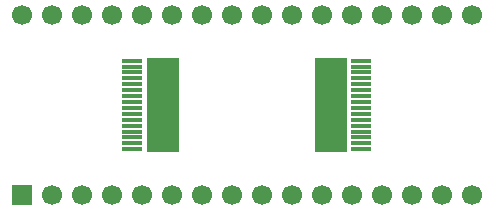
<source format=gbr>
G04 DipTrace 3.0.0.2*
G04 TopMask.gbr*
%MOIN*%
G04 #@! TF.FileFunction,Soldermask,Top*
G04 #@! TF.Part,Single*
%ADD24R,0.070866X0.019685*%
%ADD26C,0.066929*%
%ADD28R,0.066929X0.066929*%
%ADD30R,0.070866X0.015748*%
%FSLAX26Y26*%
G04*
G70*
G90*
G75*
G01*
G04 TopMask*
%LPD*%
D30*
X1627559Y620079D3*
Y639764D3*
Y659449D3*
Y679134D3*
Y698819D3*
Y718504D3*
Y738189D3*
Y757874D3*
Y777559D3*
Y797244D3*
Y816929D3*
Y836614D3*
Y856299D3*
Y875984D3*
Y895669D3*
Y915354D3*
X863780D3*
Y895669D3*
Y875984D3*
Y856299D3*
Y836614D3*
Y816929D3*
Y797244D3*
Y777559D3*
Y757874D3*
Y738189D3*
Y718504D3*
Y698819D3*
Y679134D3*
Y659449D3*
Y639764D3*
Y620079D3*
D28*
X495669Y467717D3*
D26*
X595669D3*
X695669D3*
X795669D3*
X895669D3*
X995669D3*
X1095669D3*
X1195669D3*
X1295669D3*
X1395669D3*
X1495669D3*
X1595669D3*
X1695669D3*
X1795669D3*
X1895669D3*
X1995669D3*
Y1067717D3*
X1895669D3*
X1795669D3*
X1695669D3*
X1595669D3*
X1495669D3*
X1395669D3*
X1295669D3*
X1195669D3*
X1095669D3*
X995669D3*
X895669D3*
X795669D3*
X695669D3*
X595669D3*
X495669D3*
D24*
X1544886Y620079D3*
Y639764D3*
Y659449D3*
Y679134D3*
Y698819D3*
Y718504D3*
Y738189D3*
Y757874D3*
Y777559D3*
Y797244D3*
Y816929D3*
Y836614D3*
Y856299D3*
Y875984D3*
Y895669D3*
Y915354D3*
X946453D3*
X946461Y895669D3*
Y875984D3*
Y856299D3*
Y836614D3*
Y816929D3*
Y797244D3*
Y777559D3*
Y757874D3*
Y738189D3*
Y718504D3*
Y698819D3*
Y679134D3*
Y659449D3*
Y639764D3*
Y620079D3*
X1505512D3*
Y639764D3*
Y659449D3*
Y679134D3*
Y698819D3*
Y718504D3*
Y738189D3*
Y757874D3*
Y777559D3*
Y797244D3*
Y816929D3*
Y836614D3*
Y856299D3*
Y875984D3*
Y895669D3*
Y915354D3*
X985827D3*
Y895669D3*
Y875984D3*
Y856299D3*
Y836614D3*
Y816929D3*
Y797244D3*
Y777559D3*
Y757874D3*
Y738189D3*
Y718504D3*
Y698819D3*
Y679134D3*
Y659449D3*
Y639764D3*
Y620079D3*
M02*

</source>
